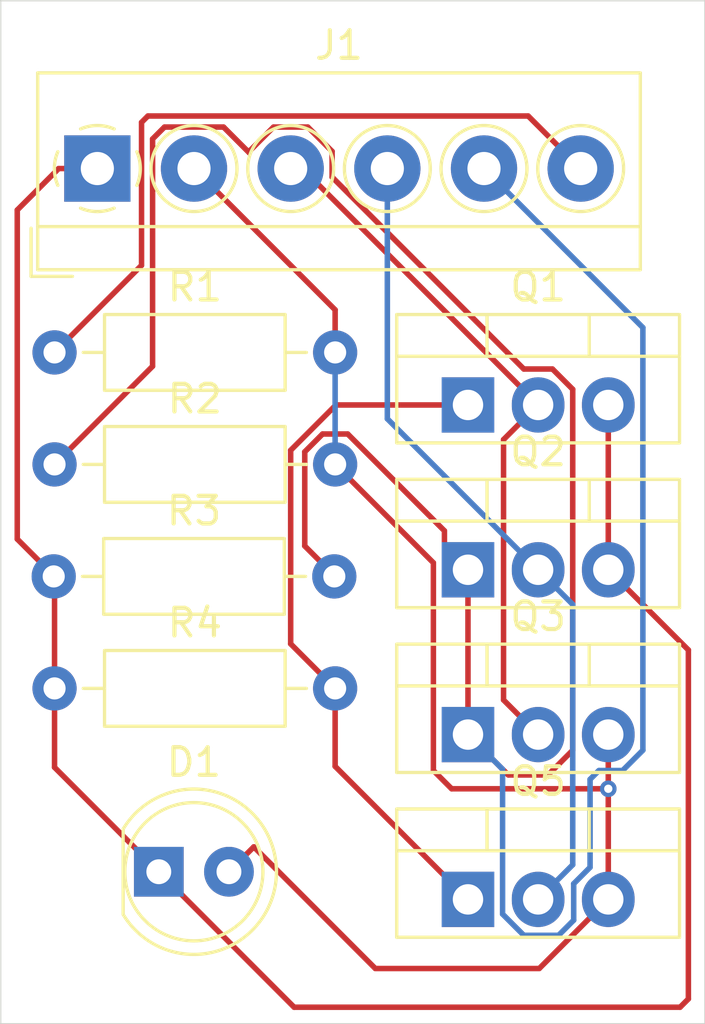
<source format=kicad_pcb>
(kicad_pcb (version 20240108) (generator "pcbnew") (generator_version "8.0")
  (layers (0 "F.Cu" signal) (31 "B.Cu" signal) (34 "B.Paste" user) (35 "F.Paste" user) (36 "B.SilkS" user "B.Silkscreen") (37 "F.SilkS" user "F.Silkscreen") (38 "B.Mask" user) (39 "F.Mask" user) (44 "Edge.Cuts" user))
  (net 0 "")
  (net 1 "Net-(D1-A)")
  (net 2 "Net-(D1-K)")
  (net 3 "Net-(J1-Pin_4)")
  (net 4 "Net-(J1-Pin_6)")
  (net 5 "Net-(J1-Pin_5)")
  (net 6 "Net-(J1-Pin_3)")
  (footprint "Package_TO_SOT_THT:TO-220-3_Vertical" (layer "F.Cu") (at 162.92 98.58)
    (property "Reference" "Q2" (at 2.54 -4.27 0) (layer "F.SilkS"))
    (property "Value" "IRLZ44N")
    (fp_line (start -2.58 -3.27) (end -2.58 1.371) (stroke (width 0.12)) (layer "F.SilkS"))
    (fp_line (start -2.58 -3.27) (end 7.66 -3.27) (stroke (width 0.12)) (layer "F.SilkS"))
    (fp_line (start -2.58 -1.76) (end 7.66 -1.76) (stroke (width 0.12)) (layer "F.SilkS"))
    (fp_line (start -2.58 1.371) (end 7.66 1.371) (stroke (width 0.12)) (layer "F.SilkS"))
    (fp_line (start 0.69 -3.27) (end 0.69 -1.76) (stroke (width 0.12)) (layer "F.SilkS"))
    (fp_line (start 4.391 -3.27) (end 4.391 -1.76) (stroke (width 0.12)) (layer "F.SilkS"))
    (fp_line (start 7.66 -3.27) (end 7.66 1.371) (stroke (width 0.12)) (layer "F.SilkS"))
    (pad "1" thru_hole rect (at 0 0) (size 1.905 2) (drill 1.1) (layers "*.Cu" "*.Mask") (net 5 "Net-(J1-Pin_5)"))
    (pad "2" thru_hole oval (at 2.54 0) (size 1.905 2) (drill 1.1) (layers "*.Cu" "*.Mask") (net 3 "Net-(J1-Pin_4)"))
    (pad "3" thru_hole oval (at 5.08 0) (size 1.905 2) (drill 1.1) (layers "*.Cu" "*.Mask") (net 2 "Net-(D1-K)"))
  )
  (footprint "Resistor_THT:R_Axial_DIN0207_L6.3mm_D2.5mm_P10.16mm_Horizontal" (layer "F.Cu") (at 147.92 98.82)
    (property "Reference" "R3" (at 5.08 -2.37 0) (layer "F.SilkS"))
    (property "Value" "10k")
    (fp_line (start 1.04 0) (end 1.81 0) (stroke (width 0.12)) (layer "F.SilkS"))
    (fp_line (start 1.81 -1.37) (end 1.81 1.37) (stroke (width 0.12)) (layer "F.SilkS"))
    (fp_line (start 1.81 1.37) (end 8.35 1.37) (stroke (width 0.12)) (layer "F.SilkS"))
    (fp_line (start 8.35 -1.37) (end 1.81 -1.37) (stroke (width 0.12)) (layer "F.SilkS"))
    (fp_line (start 8.35 1.37) (end 8.35 -1.37) (stroke (width 0.12)) (layer "F.SilkS"))
    (fp_line (start 9.12 0) (end 8.35 0) (stroke (width 0.12)) (layer "F.SilkS"))
    (pad "1" thru_hole circle (at 0 0) (size 1.6 1.6) (drill 0.8) (layers "*.Cu" "*.Mask") (net 2 "Net-(D1-K)"))
    (pad "2" thru_hole oval (at 10.16 0) (size 1.6 1.6) (drill 0.8) (layers "*.Cu" "*.Mask") (net 5 "Net-(J1-Pin_5)"))
  )
  (footprint "LED_THT:LED_D5.0mm_Clear" (layer "F.Cu") (at 151.725 109.5)
    (property "Reference" "D1" (at 1.27 -3.96 0) (layer "F.SilkS"))
    (property "Value" "LED")
    (fp_line (start -1.29 -1.545) (end -1.29 1.545) (stroke (width 0.12)) (layer "F.SilkS"))
    (fp_arc (start -1.29 -1.54483) (mid 2.072002 -2.880433) (end 4.26 0.000462) (stroke (width 0.12)) (layer "F.SilkS"))
    (fp_arc (start 4.26 -0.000462) (mid 2.072002 2.880433) (end -1.29 1.54483) (stroke (width 0.12)) (layer "F.SilkS"))
    (fp_circle (center 1.27 0) (end 3.77 0) (stroke (width 0.12)) (fill none) (layer "F.SilkS"))
    (pad "1" thru_hole rect (at 0 0) (size 1.8 1.8) (drill 0.9) (layers "*.Cu" "*.Mask") (net 2 "Net-(D1-K)"))
    (pad "2" thru_hole circle (at 2.54 0) (size 1.8 1.8) (drill 0.9) (layers "*.Cu" "*.Mask") (net 1 "Net-(D1-A)"))
  )
  (footprint "Resistor_THT:R_Axial_DIN0207_L6.3mm_D2.5mm_P10.16mm_Horizontal" (layer "F.Cu") (at 147.95 90.72)
    (property "Reference" "R1" (at 5.08 -2.37 0) (layer "F.SilkS"))
    (property "Value" "10K")
    (fp_line (start 1.04 0) (end 1.81 0) (stroke (width 0.12)) (layer "F.SilkS"))
    (fp_line (start 1.81 -1.37) (end 1.81 1.37) (stroke (width 0.12)) (layer "F.SilkS"))
    (fp_line (start 1.81 1.37) (end 8.35 1.37) (stroke (width 0.12)) (layer "F.SilkS"))
    (fp_line (start 8.35 -1.37) (end 1.81 -1.37) (stroke (width 0.12)) (layer "F.SilkS"))
    (fp_line (start 8.35 1.37) (end 8.35 -1.37) (stroke (width 0.12)) (layer "F.SilkS"))
    (fp_line (start 9.12 0) (end 8.35 0) (stroke (width 0.12)) (layer "F.SilkS"))
    (pad "1" thru_hole circle (at 0 0) (size 1.6 1.6) (drill 0.8) (layers "*.Cu" "*.Mask") (net 4 "Net-(J1-Pin_6)"))
    (pad "2" thru_hole oval (at 10.16 0) (size 1.6 1.6) (drill 0.8) (layers "*.Cu" "*.Mask") (net 1 "Net-(D1-A)"))
  )
  (footprint "TerminalBlock_4Ucon:TerminalBlock_4Ucon_1x06_P3.50mm_Horizontal" (layer "F.Cu") (at 149.5 84.07)
    (property "Reference" "J1" (at 8.75 -4.46 0) (layer "F.SilkS"))
    (property "Value" "Screw_Terminal_01x06")
    (fp_line (start -2.4 2.16) (end -2.4 3.9) (stroke (width 0.12)) (layer "F.SilkS"))
    (fp_line (start -2.4 3.9) (end -0.9 3.9) (stroke (width 0.12)) (layer "F.SilkS"))
    (fp_line (start -2.16 -3.46) (end -2.16 3.66) (stroke (width 0.12)) (layer "F.SilkS"))
    (fp_line (start -2.16 -3.46) (end 19.66 -3.46) (stroke (width 0.12)) (layer "F.SilkS"))
    (fp_line (start -2.16 2.1) (end 19.66 2.1) (stroke (width 0.12)) (layer "F.SilkS"))
    (fp_line (start -2.16 3.66) (end 19.66 3.66) (stroke (width 0.12)) (layer "F.SilkS"))
    (fp_line (start 19.66 -3.46) (end 19.66 3.66) (stroke (width 0.12)) (layer "F.SilkS"))
    (fp_arc (start -1.432109 0.607742) (mid -1.555727 -0.00014) (end -1.432 -0.608) (stroke (width 0.12)) (layer "F.SilkS"))
    (fp_arc (start -0.607742 -1.432109) (mid 0.00014 -1.555727) (end 0.608 -1.432) (stroke (width 0.12)) (layer "F.SilkS"))
    (fp_arc (start 0.027011 1.555493) (mid -0.296984 1.527118) (end -0.608 1.432) (stroke (width 0.12)) (layer "F.SilkS"))
    (fp_arc (start 0.607587 1.431385) (mid 0.310017 1.523783) (end 0 1.555) (stroke (width 0.12)) (layer "F.SilkS"))
    (fp_arc (start 1.432109 -0.607742) (mid 1.555727 0.00014) (end 1.432 0.608) (stroke (width 0.12)) (layer "F.SilkS"))
    (fp_circle (center 3.5 0) (end 5.055 0) (stroke (width 0.12)) (fill none) (layer "F.SilkS"))
    (fp_circle (center 7 0) (end 8.555 0) (stroke (width 0.12)) (fill none) (layer "F.SilkS"))
    (fp_circle (center 10.5 0) (end 12.055 0) (stroke (width 0.12)) (fill none) (layer "F.SilkS"))
    (fp_circle (center 14 0) (end 15.555 0) (stroke (width 0.12)) (fill none) (layer "F.SilkS"))
    (fp_circle (center 17.5 0) (end 19.055 0) (stroke (width 0.12)) (fill none) (layer "F.SilkS"))
    (pad "1" thru_hole rect (at 0 0) (size 2.4 2.4) (drill 1.2) (layers "*.Cu" "*.Mask") (net 2 "Net-(D1-K)"))
    (pad "2" thru_hole circle (at 3.5 0) (size 2.4 2.4) (drill 1.2) (layers "*.Cu" "*.Mask") (net 1 "Net-(D1-A)"))
    (pad "3" thru_hole circle (at 7 0) (size 2.4 2.4) (drill 1.2) (layers "*.Cu" "*.Mask") (net 6 "Net-(J1-Pin_3)"))
    (pad "4" thru_hole circle (at 10.5 0) (size 2.4 2.4) (drill 1.2) (layers "*.Cu" "*.Mask") (net 3 "Net-(J1-Pin_4)"))
    (pad "5" thru_hole circle (at 14 0) (size 2.4 2.4) (drill 1.2) (layers "*.Cu" "*.Mask") (net 5 "Net-(J1-Pin_5)"))
    (pad "6" thru_hole circle (at 17.5 0) (size 2.4 2.4) (drill 1.2) (layers "*.Cu" "*.Mask") (net 4 "Net-(J1-Pin_6)"))
  )
  (footprint "Package_TO_SOT_THT:TO-220-3_Vertical" (layer "F.Cu") (at 162.92 92.62)
    (property "Reference" "Q1" (at 2.54 -4.27 0) (layer "F.SilkS"))
    (property "Value" "IRLZ44N")
    (fp_line (start -2.58 -3.27) (end -2.58 1.371) (stroke (width 0.12)) (layer "F.SilkS"))
    (fp_line (start -2.58 -3.27) (end 7.66 -3.27) (stroke (width 0.12)) (layer "F.SilkS"))
    (fp_line (start -2.58 -1.76) (end 7.66 -1.76) (stroke (width 0.12)) (layer "F.SilkS"))
    (fp_line (start -2.58 1.371) (end 7.66 1.371) (stroke (width 0.12)) (layer "F.SilkS"))
    (fp_line (start 0.69 -3.27) (end 0.69 -1.76) (stroke (width 0.12)) (layer "F.SilkS"))
    (fp_line (start 4.391 -3.27) (end 4.391 -1.76) (stroke (width 0.12)) (layer "F.SilkS"))
    (fp_line (start 7.66 -3.27) (end 7.66 1.371) (stroke (width 0.12)) (layer "F.SilkS"))
    (pad "1" thru_hole rect (at 0 0) (size 1.905 2) (drill 1.1) (layers "*.Cu" "*.Mask") (net 4 "Net-(J1-Pin_6)"))
    (pad "2" thru_hole oval (at 2.54 0) (size 1.905 2) (drill 1.1) (layers "*.Cu" "*.Mask") (net 6 "Net-(J1-Pin_3)"))
    (pad "3" thru_hole oval (at 5.08 0) (size 1.905 2) (drill 1.1) (layers "*.Cu" "*.Mask") (net 2 "Net-(D1-K)"))
  )
  (footprint "Resistor_THT:R_Axial_DIN0207_L6.3mm_D2.5mm_P10.16mm_Horizontal" (layer "F.Cu") (at 147.95 94.77)
    (property "Reference" "R2" (at 5.08 -2.37 0) (layer "F.SilkS"))
    (property "Value" "10k")
    (fp_line (start 1.04 0) (end 1.81 0) (stroke (width 0.12)) (layer "F.SilkS"))
    (fp_line (start 1.81 -1.37) (end 1.81 1.37) (stroke (width 0.12)) (layer "F.SilkS"))
    (fp_line (start 1.81 1.37) (end 8.35 1.37) (stroke (width 0.12)) (layer "F.SilkS"))
    (fp_line (start 8.35 -1.37) (end 1.81 -1.37) (stroke (width 0.12)) (layer "F.SilkS"))
    (fp_line (start 8.35 1.37) (end 8.35 -1.37) (stroke (width 0.12)) (layer "F.SilkS"))
    (fp_line (start 9.12 0) (end 8.35 0) (stroke (width 0.12)) (layer "F.SilkS"))
    (pad "1" thru_hole circle (at 0 0) (size 1.6 1.6) (drill 0.8) (layers "*.Cu" "*.Mask") (net 5 "Net-(J1-Pin_5)"))
    (pad "2" thru_hole oval (at 10.16 0) (size 1.6 1.6) (drill 0.8) (layers "*.Cu" "*.Mask") (net 1 "Net-(D1-A)"))
  )
  (footprint "Package_TO_SOT_THT:TO-220-3_Vertical" (layer "F.Cu") (at 162.92 104.54)
    (property "Reference" "Q3" (at 2.54 -4.27 0) (layer "F.SilkS"))
    (property "Value" "IRF4905")
    (fp_line (start -2.58 -3.27) (end -2.58 1.371) (stroke (width 0.12)) (layer "F.SilkS"))
    (fp_line (start -2.58 -3.27) (end 7.66 -3.27) (stroke (width 0.12)) (layer "F.SilkS"))
    (fp_line (start -2.58 -1.76) (end 7.66 -1.76) (stroke (width 0.12)) (layer "F.SilkS"))
    (fp_line (start -2.58 1.371) (end 7.66 1.371) (stroke (width 0.12)) (layer "F.SilkS"))
    (fp_line (start 0.69 -3.27) (end 0.69 -1.76) (stroke (width 0.12)) (layer "F.SilkS"))
    (fp_line (start 4.391 -3.27) (end 4.391 -1.76) (stroke (width 0.12)) (layer "F.SilkS"))
    (fp_line (start 7.66 -3.27) (end 7.66 1.371) (stroke (width 0.12)) (layer "F.SilkS"))
    (pad "1" thru_hole rect (at 0 0) (size 1.905 2) (drill 1.1) (layers "*.Cu" "*.Mask") (net 5 "Net-(J1-Pin_5)"))
    (pad "2" thru_hole oval (at 2.54 0) (size 1.905 2) (drill 1.1) (layers "*.Cu" "*.Mask") (net 6 "Net-(J1-Pin_3)"))
    (pad "3" thru_hole oval (at 5.08 0) (size 1.905 2) (drill 1.1) (layers "*.Cu" "*.Mask") (net 1 "Net-(D1-A)"))
  )
  (footprint "Package_TO_SOT_THT:TO-220-3_Vertical" (layer "F.Cu") (at 162.92 110.5)
    (property "Reference" "Q5" (at 2.54 -4.27 0) (layer "F.SilkS"))
    (property "Value" "IRF4905")
    (fp_line (start -2.58 -3.27) (end -2.58 1.371) (stroke (width 0.12)) (layer "F.SilkS"))
    (fp_line (start -2.58 -3.27) (end 7.66 -3.27) (stroke (width 0.12)) (layer "F.SilkS"))
    (fp_line (start -2.58 -1.76) (end 7.66 -1.76) (stroke (width 0.12)) (layer "F.SilkS"))
    (fp_line (start -2.58 1.371) (end 7.66 1.371) (stroke (width 0.12)) (layer "F.SilkS"))
    (fp_line (start 0.69 -3.27) (end 0.69 -1.76) (stroke (width 0.12)) (layer "F.SilkS"))
    (fp_line (start 4.391 -3.27) (end 4.391 -1.76) (stroke (width 0.12)) (layer "F.SilkS"))
    (fp_line (start 7.66 -3.27) (end 7.66 1.371) (stroke (width 0.12)) (layer "F.SilkS"))
    (pad "1" thru_hole rect (at 0 0) (size 1.905 2) (drill 1.1) (layers "*.Cu" "*.Mask") (net 4 "Net-(J1-Pin_6)"))
    (pad "2" thru_hole oval (at 2.54 0) (size 1.905 2) (drill 1.1) (layers "*.Cu" "*.Mask") (net 3 "Net-(J1-Pin_4)"))
    (pad "3" thru_hole oval (at 5.08 0) (size 1.905 2) (drill 1.1) (layers "*.Cu" "*.Mask") (net 1 "Net-(D1-A)"))
  )
  (footprint "Resistor_THT:R_Axial_DIN0207_L6.3mm_D2.5mm_P10.16mm_Horizontal" (layer "F.Cu") (at 147.95 102.87)
    (property "Reference" "R4" (at 5.08 -2.37 0) (layer "F.SilkS"))
    (property "Value" "10k")
    (fp_line (start 1.04 0) (end 1.81 0) (stroke (width 0.12)) (layer "F.SilkS"))
    (fp_line (start 1.81 -1.37) (end 1.81 1.37) (stroke (width 0.12)) (layer "F.SilkS"))
    (fp_line (start 1.81 1.37) (end 8.35 1.37) (stroke (width 0.12)) (layer "F.SilkS"))
    (fp_line (start 8.35 -1.37) (end 1.81 -1.37) (stroke (width 0.12)) (layer "F.SilkS"))
    (fp_line (start 8.35 1.37) (end 8.35 -1.37) (stroke (width 0.12)) (layer "F.SilkS"))
    (fp_line (start 9.12 0) (end 8.35 0) (stroke (width 0.12)) (layer "F.SilkS"))
    (pad "1" thru_hole circle (at 0 0) (size 1.6 1.6) (drill 0.8) (layers "*.Cu" "*.Mask") (net 2 "Net-(D1-K)"))
    (pad "2" thru_hole oval (at 10.16 0) (size 1.6 1.6) (drill 0.8) (layers "*.Cu" "*.Mask") (net 4 "Net-(J1-Pin_6)"))
  )
  (gr_rect (start 146 78) (end 171.5 115) (stroke (width 0.05)) (fill none) (layer "Edge.Cuts"))
  (segment (start 155.165 108.6) (end 159.565 113) (width 0.2) (layer "F.Cu") (net 1))
  (segment (start 153 84.07) (end 158.11 89.18) (width 0.2) (layer "F.Cu") (net 1))
  (segment (start 161.6675 98.3275) (end 161.6675 105.84) (width 0.2) (layer "F.Cu") (net 1))
  (segment (start 168 106.5) (end 168 104.54) (width 0.2) (layer "F.Cu") (net 1))
  (segment (start 168 110.5) (end 168 106.5) (width 0.2) (layer "F.Cu") (net 1))
  (segment (start 158.11 94.77) (end 161.6675 98.3275) (width 0.2) (layer "F.Cu") (net 1))
  (segment (start 158.11 89.18) (end 158.11 90.72) (width 0.2) (layer "F.Cu") (net 1))
  (segment (start 161.6675 105.84) (end 162.3275 106.5) (width 0.2) (layer "F.Cu") (net 1))
  (segment (start 159.565 113) (end 165.5 113) (width 0.2) (layer "F.Cu") (net 1))
  (segment (start 162.3275 106.5) (end 168 106.5) (width 0.2) (layer "F.Cu") (net 1))
  (segment (start 154.265 109.5) (end 155.165 108.6) (width 0.2) (layer "F.Cu") (net 1))
  (segment (start 165.5 113) (end 168 110.5) (width 0.2) (layer "F.Cu") (net 1))
  (via (at 168 106.5) (size 0.6) (drill 0.3) (layers "F.Cu" "B.Cu") (net 1))
  (segment (start 158.11 94.77) (end 158.11 90.72) (width 0.2) (layer "B.Cu") (net 1))
  (segment (start 170.9 101.48) (end 168 98.58) (width 0.2) (layer "F.Cu") (net 2))
  (segment (start 147.95 98.82) (end 147.95 102.87) (width 0.2) (layer "F.Cu") (net 2))
  (segment (start 168 98.58) (end 168 92.62) (width 0.2) (layer "F.Cu") (net 2))
  (segment (start 170.6 114.4) (end 170.9 114.1) (width 0.2) (layer "F.Cu") (net 2))
  (segment (start 149.5 84.07) (end 148.1 84.07) (width 0.2) (layer "F.Cu") (net 2))
  (segment (start 147.95 102.87) (end 147.95 105.725) (width 0.2) (layer "F.Cu") (net 2))
  (segment (start 151.725 109.5) (end 156.625 114.4) (width 0.2) (layer "F.Cu") (net 2))
  (segment (start 146.6 97.47) (end 147.95 98.82) (width 0.2) (layer "F.Cu") (net 2))
  (segment (start 148.1 84.07) (end 146.6 85.57) (width 0.2) (layer "F.Cu") (net 2))
  (segment (start 170.9 114.1) (end 170.9 101.48) (width 0.2) (layer "F.Cu") (net 2))
  (segment (start 156.625 114.4) (end 170.6 114.4) (width 0.2) (layer "F.Cu") (net 2))
  (segment (start 147.95 105.725) (end 151.725 109.5) (width 0.2) (layer "F.Cu") (net 2))
  (segment (start 146.6 85.57) (end 146.6 97.47) (width 0.2) (layer "F.Cu") (net 2))
  (segment (start 160 93.12) (end 160 84.07) (width 0.2) (layer "B.Cu") (net 3))
  (segment (start 166.7125 109.2475) (end 166.7125 99.8325) (width 0.2) (layer "B.Cu") (net 3))
  (segment (start 165.46 98.58) (end 160 93.12) (width 0.2) (layer "B.Cu") (net 3))
  (segment (start 165.46 110.5) (end 166.7125 109.2475) (width 0.2) (layer "B.Cu") (net 3))
  (segment (start 166.7125 99.8325) (end 165.46 98.58) (width 0.2) (layer "B.Cu") (net 3))
  (segment (start 151.33 82.17) (end 165.1 82.17) (width 0.2) (layer "F.Cu") (net 4))
  (segment (start 151.1 82.4) (end 151.33 82.17) (width 0.2) (layer "F.Cu") (net 4))
  (segment (start 158.11 102.87) (end 158.11 105.69) (width 0.2) (layer "F.Cu") (net 4))
  (segment (start 158.11 105.69) (end 162.92 110.5) (width 0.2) (layer "F.Cu") (net 4))
  (segment (start 156.5 101.26) (end 158.11 102.87) (width 0.2) (layer "F.Cu") (net 4))
  (segment (start 151.1 87.57) (end 151.1 82.4) (width 0.2) (layer "F.Cu") (net 4))
  (segment (start 158.138679 92.62) (end 156.5 94.258679) (width 0.2) (layer "F.Cu") (net 4))
  (segment (start 165.1 82.17) (end 167 84.07) (width 0.2) (layer "F.Cu") (net 4))
  (segment (start 147.95 90.72) (end 151.1 87.57) (width 0.2) (layer "F.Cu") (net 4))
  (segment (start 162.92 92.62) (end 158.138679 92.62) (width 0.2) (layer "F.Cu") (net 4))
  (segment (start 156.5 94.258679) (end 156.5 101.26) (width 0.2) (layer "F.Cu") (net 4))
  (segment (start 155.878679 82.57) (end 157.121321 82.57) (width 0.2) (layer "F.Cu") (net 5))
  (segment (start 151.5 83) (end 151.93 82.57) (width 0.2) (layer "F.Cu") (net 5))
  (segment (start 164.941198 91.32) (end 165.978802 91.32) (width 0.2) (layer "F.Cu") (net 5))
  (segment (start 165.818802 106) (end 164.38 106) (width 0.2) (layer "F.Cu") (net 5))
  (segment (start 162.485685 98.58) (end 162.0675 98.161815) (width 0.2) (layer "F.Cu") (net 5))
  (segment (start 151.5 91.22) (end 151.5 83) (width 0.2) (layer "F.Cu") (net 5))
  (segment (start 157.01 94.314365) (end 157.01 97.72) (width 0.2) (layer "F.Cu") (net 5))
  (segment (start 166.7125 105.106302) (end 165.818802 106) (width 0.2) (layer "F.Cu") (net 5))
  (segment (start 157.121321 82.57) (end 158 83.448679) (width 0.2) (layer "F.Cu") (net 5))
  (segment (start 158 83.448679) (end 158 84.378802) (width 0.2) (layer "F.Cu") (net 5))
  (segment (start 155 83.448679) (end 155.878679 82.57) (width 0.2) (layer "F.Cu") (net 5))
  (segment (start 162.92 98.58) (end 162.485685 98.58) (width 0.2) (layer "F.Cu") (net 5))
  (segment (start 151.93 82.57) (end 154.07 82.57) (width 0.2) (layer "F.Cu") (net 5))
  (segment (start 147.95 94.77) (end 151.5 91.22) (width 0.2) (layer "F.Cu") (net 5))
  (segment (start 164.38 106) (end 162.92 104.54) (width 0.2) (layer "F.Cu") (net 5))
  (segment (start 162.0675 97.171865) (end 158.565635 93.67) (width 0.2) (layer "F.Cu") (net 5))
  (segment (start 157.654365 93.67) (end 157.01 94.314365) (width 0.2) (layer "F.Cu") (net 5))
  (segment (start 158 84.378802) (end 164.941198 91.32) (width 0.2) (layer "F.Cu") (net 5))
  (segment (start 157.01 97.72) (end 158.11 98.82) (width 0.2) (layer "F.Cu") (net 5))
  (segment (start 162.92 104.54) (end 162.92 98.58) (width 0.2) (layer "F.Cu") (net 5))
  (segment (start 166.7125 92.053698) (end 166.7125 105.106302) (width 0.2) (layer "F.Cu") (net 5))
  (segment (start 155 83.5) (end 155 83.448679) (width 0.2) (layer "F.Cu") (net 5))
  (segment (start 154.07 82.57) (end 155 83.5) (width 0.2) (layer "F.Cu") (net 5))
  (segment (start 158.565635 93.67) (end 157.654365 93.67) (width 0.2) (layer "F.Cu") (net 5))
  (segment (start 162.0675 98.161815) (end 162.0675 97.171865) (width 0.2) (layer "F.Cu") (net 5))
  (segment (start 165.978802 91.32) (end 166.7125 92.053698) (width 0.2) (layer "F.Cu") (net 5))
  (segment (start 166.2 111.8) (end 164.941198 111.8) (width 0.2) (layer "B.Cu") (net 5))
  (segment (start 163.5 84.07) (end 169.2525 89.8225) (width 0.2) (layer "B.Cu") (net 5))
  (segment (start 164.1725 111.031302) (end 164.1725 105.7925) (width 0.2) (layer "B.Cu") (net 5))
  (segment (start 168.518802 105.84) (end 167.66 105.84) (width 0.2) (layer "B.Cu") (net 5))
  (segment (start 169.2525 89.8225) (end 169.2525 105.106302) (width 0.2) (layer "B.Cu") (net 5))
  (segment (start 166.7475 109.933698) (end 166.7475 111.2525) (width 0.2) (layer "B.Cu") (net 5))
  (segment (start 167.66 105.84) (end 167.340599 106.159401) (width 0.2) (layer "B.Cu") (net 5))
  (segment (start 164.1725 105.7925) (end 162.92 104.54) (width 0.2) (layer "B.Cu") (net 5))
  (segment (start 164.941198 111.8) (end 164.1725 111.031302) (width 0.2) (layer "B.Cu") (net 5))
  (segment (start 167.340599 106.159401) (end 167.340599 109.340599) (width 0.2) (layer "B.Cu") (net 5))
  (segment (start 167.340599 109.340599) (end 166.7475 109.933698) (width 0.2) (layer "B.Cu") (net 5))
  (segment (start 169.2525 105.106302) (end 168.518802 105.84) (width 0.2) (layer "B.Cu") (net 5))
  (segment (start 166.7475 111.2525) (end 166.2 111.8) (width 0.2) (layer "B.Cu") (net 5))
  (segment (start 164.2075 103.2875) (end 165.46 104.54) (width 0.2) (layer "F.Cu") (net 6))
  (segment (start 164.2075 93.8725) (end 164.2075 103.2875) (width 0.2) (layer "F.Cu") (net 6))
  (segment (start 156.5 84.07) (end 156.9225 84.07) (width 0.2) (layer "F.Cu") (net 6))
  (segment (start 156.9225 84.07) (end 165.46 92.6075) (width 0.2) (layer "F.Cu") (net 6))
  (segment (start 165.46 92.6075) (end 165.46 92.62) (width 0.2) (layer "F.Cu") (net 6))
  (segment (start 165.46 92.62) (end 164.2075 93.8725) (width 0.2) (layer "F.Cu") (net 6))
)
</source>
